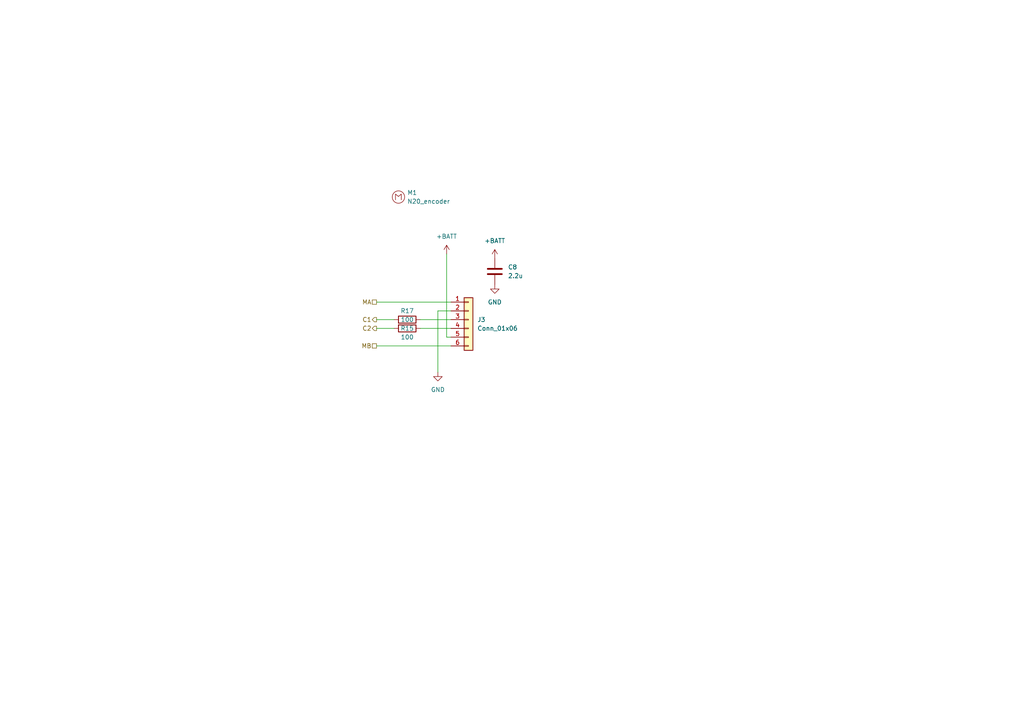
<source format=kicad_sch>
(kicad_sch (version 20230121) (generator eeschema)
  (paper "A4")
  (lib_symbols
    (symbol "Connector_Generic:Conn_01x06" (pin_names (offset 1.016) hide)
      (property "Reference" "J" (at 0 7.62 0))
      (property "Value" "Conn_01x06" (at 0 -10.16 0))
      (symbol "Conn_01x06_1_1"
        (rectangle (start -1.27 -7.493) (end 0 -7.747) (stroke (width 0.1524)))
        (rectangle (start -1.27 -4.953) (end 0 -5.207) (stroke (width 0.1524)))
        (rectangle (start -1.27 -2.413) (end 0 -2.667) (stroke (width 0.1524)))
        (rectangle (start -1.27 0.127) (end 0 -0.127) (stroke (width 0.1524)))
        (rectangle (start -1.27 2.667) (end 0 2.413) (stroke (width 0.1524)))
        (rectangle (start -1.27 5.207) (end 0 4.953) (stroke (width 0.1524)))
        (rectangle (start -1.27 6.35) (end 1.27 -8.89) (stroke (width 0.254)) (fill (type background)))
        (pin passive line (at -5.08 5.08 0) (length 3.81) (name "Pin_1") (number "1"))
        (pin passive line (at -5.08 2.54 0) (length 3.81) (name "Pin_2") (number "2"))
        (pin passive line (at -5.08 0 0) (length 3.81) (name "Pin_3") (number "3"))
        (pin passive line (at -5.08 -2.54 0) (length 3.81) (name "Pin_4") (number "4"))
        (pin passive line (at -5.08 -5.08 0) (length 3.81) (name "Pin_5") (number "5"))
        (pin passive line (at -5.08 -7.62 0) (length 3.81) (name "Pin_6") (number "6"))
      )
    )
    (symbol "Device:C" (pin_numbers hide) (pin_names (offset 0.254))
      (property "Reference" "C" (at 0.635 2.54 0))
      (property "Value" "C" (at 0.635 -2.54 0))
      (symbol "C_0_1"
        (polyline (pts (xy -2.032 -0.762) (xy 2.032 -0.762)) (stroke (width 0.508)))
        (polyline (pts (xy -2.032 0.762) (xy 2.032 0.762)) (stroke (width 0.508)))
      )
      (symbol "C_1_1"
        (pin passive line (at 0 3.81 270) (length 2.794) (name "~") (number "1"))
        (pin passive line (at 0 -3.81 90) (length 2.794) (name "~") (number "2"))
      )
    )
    (symbol "Device:R" (pin_numbers hide) (pin_names (offset 0))
      (property "Reference" "R" (at 2.032 0 90))
      (property "Value" "R" (at 0 0 90))
      (symbol "R_0_1"
        (rectangle (start -1.016 -2.54) (end 1.016 2.54) (stroke (width 0.254)))
      )
      (symbol "R_1_1"
        (pin passive line (at 0 3.81 270) (length 1.27) (name "~") (number "1"))
        (pin passive line (at 0 -3.81 90) (length 1.27) (name "~") (number "2"))
      )
    )
    (symbol "minimouse:N20_w_encoder"
      (property "Reference" "M" (at -8.89 1.27 0))
      (property "Value" "N20_encoder" (at 0 -2.54 0))
      (symbol "N20_w_encoder_0_1"
        (polyline (pts (xy -0.8636 -0.8128) (xy -0.8636 0.8636) (xy 0 0.1524) (xy 0.8128 0.8636) (xy 0.8128 -0.8128)))
        (circle (center 0 0) (radius 1.7961))
      )
    )
    (symbol "power:+BATT" (power) (pin_names (offset 0))
      (property "Value" "+BATT" (at 0 3.556 0))
      (symbol "+BATT_0_1"
        (polyline (pts (xy -0.762 1.27) (xy 0 2.54)))
        (polyline (pts (xy 0 0) (xy 0 2.54)))
        (polyline (pts (xy 0 2.54) (xy 0.762 1.27)))
      )
      (symbol "+BATT_1_1"
        (pin power_in line (at 0 0 90) (length 0) hide (name "+BATT") (number "1"))
      )
    )
    (symbol "power:GND" (power) (pin_names (offset 0))
      (property "Value" "GND" (at 0 -3.81 0))
      (symbol "GND_0_1"
        (polyline (pts (xy 0 0) (xy 0 -1.27) (xy 1.27 -1.27) (xy 0 -2.54) (xy -1.27 -1.27) (xy 0 -1.27)))
      )
      (symbol "GND_1_1"
        (pin power_in line (at 0 0 270) (length 0) hide (name "GND") (number "1"))
      )
    )
  )
  (wire (pts (xy 129.54 97.79) (xy 130.81 97.79)))
  (wire (pts (xy 130.81 87.63) (xy 109.22 87.63)))
  (wire (pts (xy 127 90.17) (xy 127 107.95)))
  (wire (pts (xy 127 90.17) (xy 130.81 90.17)))
  (wire (pts (xy 121.92 95.25) (xy 130.81 95.25)))
  (wire (pts (xy 109.22 95.25) (xy 114.3 95.25)))
  (wire (pts (xy 109.22 92.71) (xy 114.3 92.71)))
  (wire (pts (xy 130.81 100.33) (xy 109.22 100.33)))
  (wire (pts (xy 129.54 73.66) (xy 129.54 97.79)))
  (wire (pts (xy 121.92 92.71) (xy 130.81 92.71)))
  (hierarchical_label "C1" (shape output) (at 109.22 92.71 180))
  (hierarchical_label "C2" (shape output) (at 109.22 95.25 180))
  (hierarchical_label "MB" (shape passive) (at 109.22 100.33 180))
  (hierarchical_label "MA" (shape passive) (at 109.22 87.63 180))
  (symbol (lib_id "power:GND") (at 143.51 82.55 0) (unit 1)
    (property "Reference" "#PWR027" (effects hide))
    (property "Value" "GND" (at 143.51 87.63 0))
    (instances (project "minimouse" (path "" (reference "#PWR027") (unit 1)) (path "" (reference "#PWR028") (unit 1))))
  )
  (symbol (lib_id "power:+BATT") (at 143.51 74.93 0) (unit 1)
    (property "Reference" "#PWR033" (effects hide))
    (property "Value" "+BATT" (at 143.51 69.85 0))
    (instances (project "minimouse" (path "" (reference "#PWR033") (unit 1)) (path "" (reference "#PWR034") (unit 1))))
  )
  (symbol (lib_id "Device:R") (at 118.11 92.71 90) (unit 1)
    (property "Reference" "R17" (at 118.11 90.17 90))
    (property "Value" "100" (at 118.11 92.71 90))
    (property "Footprint" "Resistor_SMD:R_0603_1608Metric" (effects hide))
    (instances (project "minimouse" (path "" (reference "R17") (unit 1)) (path "" (reference "R18") (unit 1))))
  )
  (symbol (lib_id "Device:R") (at 118.11 95.25 90) (unit 1)
    (property "Reference" "R15" (at 118.11 95.25 90))
    (property "Value" "100" (at 118.11 97.79 90))
    (property "Footprint" "Resistor_SMD:R_0603_1608Metric" (effects hide))
    (instances (project "minimouse" (path "" (reference "R15") (unit 1)) (path "" (reference "R16") (unit 1))))
  )
  (symbol (lib_id "minimouse:N20_w_encoder") (at 115.57 57.15 0) (unit 1)
    (property "Reference" "M1" (at 118.11 55.88 0) (effects (justify left)))
    (property "Value" "N20_encoder" (at 118.11 58.42 0) (effects (justify left)))
    (property "Footprint" "minimouse:N20_with_encoder" (effects hide))
    (instances (project "minimouse" (path "" (reference "M1") (unit 1)) (path "" (reference "M2") (unit 1))))
  )
  (symbol (lib_id "power:+BATT") (at 129.54 73.66 0) (unit 1)
    (property "Reference" "#PWR035" (effects hide))
    (property "Value" "+BATT" (at 129.54 68.58 0))
    (instances (project "minimouse" (path "" (reference "#PWR035") (unit 1)) (path "" (reference "#PWR038") (unit 1))))
  )
  (symbol (lib_id "Connector_Generic:Conn_01x06") (at 135.89 92.71 0) (unit 1)
    (property "Reference" "J3" (at 138.43 92.71 0) (effects (justify left)))
    (property "Value" "Conn_01x06" (at 138.43 95.25 0) (effects (justify left)))
    (property "Footprint" "Connector_PinHeader_2.54mm:PinHeader_1x06_P2.54mm_Vertical" (effects hide))
    (instances (project "minimouse" (path "" (reference "J3") (unit 1)) (path "" (reference "J4") (unit 1))))
  )
  (symbol (lib_id "power:GND") (at 127 107.95 0) (unit 1)
    (property "Reference" "#PWR020" (effects hide))
    (property "Value" "GND" (at 127 113.03 0))
    (instances (project "minimouse" (path "" (reference "#PWR020") (unit 1)) (path "" (reference "#PWR021") (unit 1))))
  )
  (symbol (lib_id "Device:C") (at 143.51 78.74 0) (unit 1)
    (property "Reference" "C8" (at 147.32 77.47 0) (effects (justify left)))
    (property "Value" "2.2u" (at 147.32 80.01 0) (effects (justify left)))
    (property "Footprint" "Capacitor_SMD:C_0603_1608Metric" (effects hide))
    (instances (project "minimouse" (path "" (reference "C8") (unit 1)) (path "" (reference "C9") (unit 1))))
  )
)
</source>
